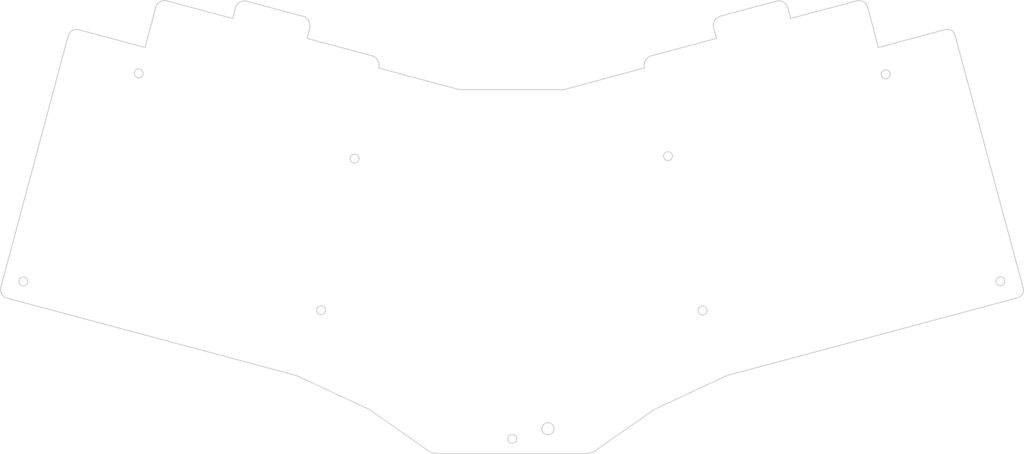
<source format=kicad_pcb>
(kicad_pcb (version 20221018) (generator pcbnew)

  (general
    (thickness 1.6)
  )

  (paper "A4")
  (layers
    (0 "F.Cu" signal)
    (31 "B.Cu" signal)
    (32 "B.Adhes" user "B.Adhesive")
    (33 "F.Adhes" user "F.Adhesive")
    (34 "B.Paste" user)
    (35 "F.Paste" user)
    (36 "B.SilkS" user "B.Silkscreen")
    (37 "F.SilkS" user "F.Silkscreen")
    (38 "B.Mask" user)
    (39 "F.Mask" user)
    (40 "Dwgs.User" user "User.Drawings")
    (41 "Cmts.User" user "User.Comments")
    (42 "Eco1.User" user "User.Eco1")
    (43 "Eco2.User" user "User.Eco2")
    (44 "Edge.Cuts" user)
    (45 "Margin" user)
    (46 "B.CrtYd" user "B.Courtyard")
    (47 "F.CrtYd" user "F.Courtyard")
    (48 "B.Fab" user)
    (49 "F.Fab" user)
  )

  (setup
    (stackup
      (layer "F.SilkS" (type "Top Silk Screen"))
      (layer "F.Paste" (type "Top Solder Paste"))
      (layer "F.Mask" (type "Top Solder Mask") (thickness 0.01))
      (layer "F.Cu" (type "copper") (thickness 0.035))
      (layer "dielectric 1" (type "core") (thickness 1.51) (material "FR4") (epsilon_r 4.5) (loss_tangent 0.02))
      (layer "B.Cu" (type "copper") (thickness 0.035))
      (layer "B.Mask" (type "Bottom Solder Mask") (thickness 0.01))
      (layer "B.Paste" (type "Bottom Solder Paste"))
      (layer "B.SilkS" (type "Bottom Silk Screen"))
      (copper_finish "None")
      (dielectric_constraints no)
    )
    (pad_to_mask_clearance 0)
    (pcbplotparams
      (layerselection 0x00010fc_ffffffff)
      (plot_on_all_layers_selection 0x0000000_00000000)
      (disableapertmacros false)
      (usegerberextensions false)
      (usegerberattributes true)
      (usegerberadvancedattributes true)
      (creategerberjobfile true)
      (dashed_line_dash_ratio 12.000000)
      (dashed_line_gap_ratio 3.000000)
      (svgprecision 6)
      (plotframeref false)
      (viasonmask false)
      (mode 1)
      (useauxorigin false)
      (hpglpennumber 1)
      (hpglpenspeed 20)
      (hpglpendiameter 15.000000)
      (dxfpolygonmode true)
      (dxfimperialunits true)
      (dxfusepcbnewfont true)
      (psnegative false)
      (psa4output false)
      (plotreference true)
      (plotvalue true)
      (plotinvisibletext false)
      (sketchpadsonfab false)
      (subtractmaskfromsilk false)
      (outputformat 1)
      (mirror false)
      (drillshape 0)
      (scaleselection 1)
      (outputdirectory "gerbers/")
    )
  )

  (net 0 "")

  (gr_curve (pts (xy 169.688438 147.592631) (xy 168.893833 148.149013) (xy 167.947272 148.447415) (xy 166.977244 148.447347))
    (stroke (width 0.25) (type solid)) (layer "Edge.Cuts") (tstamp 06c3c04c-6c4b-4c5d-8552-dca1efe1a3db))
  (gr_curve (pts (xy 81.889266 37.025223) (xy 82.415321 36.717872) (xy 83.042461 36.633645) (xy 83.630979 36.791313))
    (stroke (width 0.25) (type solid)) (layer "Edge.Cuts") (tstamp 09039133-a4cd-4c87-ad15-e7527470ab7c))
  (gr_line (start 236.680855 38.235287) (end 239.308205 48.196194)
    (stroke (width 0.25) (type solid)) (layer "Edge.Cuts") (tstamp 0981ece1-5660-457e-bc8c-8f63dcc9f536))
  (gr_curve (pts (xy 198.949357 41.598193) (xy 199.274083 41.0274) (xy 199.813899 40.610461) (xy 200.448197 40.440504))
    (stroke (width 0.25) (type solid)) (layer "Edge.Cuts") (tstamp 0be455d7-9219-470e-8eb0-7925a3f97f66))
  (gr_line (start 136.038246 58.595454) (end 161.837021 58.600533)
    (stroke (width 0.25) (type solid)) (layer "Edge.Cuts") (tstamp 0da5400b-a1bf-449b-b183-0fcf28aff5c0))
  (gr_curve (pts (xy 255.75239 43.790042) (xy 256.832876 43.50052) (xy 257.943697 44.140785) (xy 258.234774 45.220855))
    (stroke (width 0.25) (type solid)) (layer "Edge.Cuts") (tstamp 1427eabc-18a4-411d-bd11-428ec8bd285d))
  (gr_line (start 58.57196 48.193652) (end 61.18388 38.291268)
    (stroke (width 0.25) (type solid)) (layer "Edge.Cuts") (tstamp 152dc8ca-1ae6-4745-a4ba-ab361a35bfc2))
  (gr_curve (pts (xy 24.54689 110.053297) (xy 23.985584 109.902963) (xy 23.50701 109.535768) (xy 23.216483 109.032522))
    (stroke (width 0.25) (type solid)) (layer "Edge.Cuts") (tstamp 1ce35f55-7b10-4f85-a37b-4d1001366d27))
  (gr_curve (pts (xy 62.230094 36.919487) (xy 62.747339 36.61951) (xy 63.362757 36.537871) (xy 63.940321 36.692633))
    (stroke (width 0.25) (type solid)) (layer "Edge.Cuts") (tstamp 1f956cf2-b76b-4fb9-b9c3-2661e20caba1))
  (gr_curve (pts (xy 114.44857 50.225982) (xy 115.084923 50.396469) (xy 115.625887 50.815882) (xy 115.949533 51.389683))
    (stroke (width 0.25) (type solid)) (layer "Edge.Cuts") (tstamp 256f1b08-c503-4652-af63-7c28ab1c6219))
  (gr_line (start 200.448197 40.440504) (end 214.163383 36.765579)
    (stroke (width 0.25) (type solid)) (layer "Edge.Cuts") (tstamp 25b9bd59-5e1d-4f98-99d2-d7e767a14be0))
  (gr_line (start 63.940321 36.692633) (end 80.159418 41.038472)
    (stroke (width 0.25) (type solid)) (layer "Edge.Cuts") (tstamp 2a0557af-99f5-4d4f-a3f5-32287aa44770))
  (gr_circle (center 101.943452 113.025599) (end 103.043452 113.025599)
    (stroke (width 0.25) (type solid)) (fill none) (layer "Edge.Cuts") (tstamp 2b69a20d-22d8-463f-90d8-db16016df058))
  (gr_line (start 201.990525 129.16377) (end 184.07336 137.520382)
    (stroke (width 0.25) (type solid)) (layer "Edge.Cuts") (tstamp 2e435b0f-671e-4da0-9b1a-48c487e95e18))
  (gr_line (start 161.837021 58.600533) (end 181.682032 53.230977)
    (stroke (width 0.25) (type solid)) (layer "Edge.Cuts") (tstamp 316172bf-52bc-46b4-adac-2d48a0e34563))
  (gr_line (start 80.159418 41.038472) (end 80.830268 38.427647)
    (stroke (width 0.25) (type solid)) (layer "Edge.Cuts") (tstamp 375fb0e4-801c-4d69-a5d2-50c5b1699807))
  (gr_line (start 217.04218 38.440297) (end 217.720741 41.041014)
    (stroke (width 0.25) (type solid)) (layer "Edge.Cuts") (tstamp 3862ae54-0889-40d0-a519-841ecb949575))
  (gr_curve (pts (xy 214.163383 36.765579) (xy 214.767301 36.603756) (xy 215.410827 36.689561) (xy 215.95124 37.003956))
    (stroke (width 0.25) (type solid)) (layer "Edge.Cuts") (tstamp 3bd73262-7ee1-4541-8298-a0d7411e1d75))
  (gr_circle (center 269.403656 105.886049) (end 270.503656 105.886049)
    (stroke (width 0.25) (type solid)) (fill none) (layer "Edge.Cuts") (tstamp 459db5ae-b1d5-41b3-bd34-4588d955eb6d))
  (gr_curve (pts (xy 181.905516 51.382026) (xy 182.225047 50.819937) (xy 182.756476 50.409329) (xy 183.381009 50.241987))
    (stroke (width 0.25) (type solid)) (layer "Edge.Cuts") (tstamp 4824cc17-4fe1-4945-ad51-0aeea24cae8e))
  (gr_circle (center 56.984226 54.595587) (end 58.084226 54.595587)
    (stroke (width 0.25) (type solid)) (fill none) (layer "Edge.Cuts") (tstamp 48fd394e-88e0-4c5d-8ea9-1126de709a77))
  (gr_line (start 166.977244 148.447347) (end 130.900378 148.444914)
    (stroke (width 0.25) (type solid)) (layer "Edge.Cuts") (tstamp 4ca11800-26b8-4900-b5ae-e2296f6874b2))
  (gr_line (start 83.630979 36.791313) (end 97.385299 40.476223)
    (stroke (width 0.25) (type solid)) (layer "Edge.Cuts") (tstamp 6b52c9e8-9a62-4da1-9af3-2229dd721180))
  (gr_circle (center 241.133529 54.815863) (end 242.233529 54.815863)
    (stroke (width 0.25) (type solid)) (fill none) (layer "Edge.Cuts") (tstamp 6d2f1324-a863-4f13-938c-df26b60de902))
  (gr_curve (pts (xy 130.900378 148.444914) (xy 129.930346 148.444853) (xy 128.983819 148.14634) (xy 128.18925 147.589896))
    (stroke (width 0.25) (type solid)) (layer "Edge.Cuts") (tstamp 6d82f96f-5cd4-4338-b574-ad84bd842bec))
  (gr_curve (pts (xy 23.216483 109.032522) (xy 22.92595 108.529268) (xy 22.847268 107.931217) (xy 22.997754 107.369949))
    (stroke (width 0.25) (type solid)) (layer "Edge.Cuts") (tstamp 6fad6f02-8123-4aad-9fb4-c4c0c238e26f))
  (gr_line (start 128.18925 147.589896) (end 113.806792 137.517739)
    (stroke (width 0.25) (type solid)) (layer "Edge.Cuts") (tstamp 6fed9995-8ff3-4083-85d0-0bba783437a3))
  (gr_curve (pts (xy 198.720053 43.478132) (xy 198.542046 42.84603) (xy 198.624635 42.168966) (xy 198.949357 41.598193))
    (stroke (width 0.25) (type solid)) (layer "Edge.Cuts") (tstamp 72538cdb-e0ad-4023-af9b-841dcb620a41))
  (gr_line (start 99.133073 43.539116) (end 98.462661 45.943215)
    (stroke (width 0.25) (type solid)) (layer "Edge.Cuts") (tstamp 7b7b3eb8-bf5e-436f-93fa-fbc636b3b09a))
  (gr_line (start 183.381009 50.241987) (end 199.414966 45.945753)
    (stroke (width 0.25) (type solid)) (layer "Edge.Cuts") (tstamp 7cba27a8-b26c-4e33-ad8e-83f2f8589f1f))
  (gr_circle (center 28.564098 105.945769) (end 29.664098 105.945769)
    (stroke (width 0.25) (type solid)) (fill none) (layer "Edge.Cuts") (tstamp 829ff7cf-55b1-4562-81d9-17e624d038a8))
  (gr_curve (pts (xy 181.680676 53.233014) (xy 181.504997 52.610782) (xy 181.585981 51.944107) (xy 181.905516 51.382026))
    (stroke (width 0.25) (type solid)) (layer "Edge.Cuts") (tstamp 87a79b8f-2884-4c6d-9e08-6da03103a9bc))
  (gr_curve (pts (xy 275.033472 107.586701) (xy 275.315335 108.620449) (xy 274.70673 109.682683) (xy 273.674141 109.95933))
    (stroke (width 0.25) (type solid)) (layer "Edge.Cuts") (tstamp 8a9dd820-4ec5-4959-94a2-489c1e5fdf0f))
  (gr_circle (center 110.203672 75.625791) (end 111.303672 75.625791)
    (stroke (width 0.25) (type solid)) (fill none) (layer "Edge.Cuts") (tstamp 8b8541b9-bca8-494d-be4f-f150e960eb0c))
  (gr_line (start 258.234774 45.220855) (end 275.033472 107.586701)
    (stroke (width 0.25) (type solid)) (layer "Edge.Cuts") (tstamp 915226b4-fe40-4872-bc2a-395b435a2e92))
  (gr_curve (pts (xy 97.385299 40.476223) (xy 98.025114 40.647639) (xy 98.569817 41.06778) (xy 98.898105 41.643074))
    (stroke (width 0.25) (type solid)) (layer "Edge.Cuts") (tstamp 927b13de-a1b2-4c42-9cb3-5b1a43c05216))
  (gr_line (start 95.887097 129.161139) (end 24.54689 110.053297)
    (stroke (width 0.25) (type solid)) (layer "Edge.Cuts") (tstamp 95b9926a-6923-4d22-94a9-a7e0924d3712))
  (gr_line (start 184.07336 137.520382) (end 169.688438 147.592631)
    (stroke (width 0.25) (type solid)) (layer "Edge.Cuts") (tstamp a55e1730-9cc6-449f-95c7-a4b048ce6ae3))
  (gr_circle (center 195.983761 113.076292) (end 197.083761 113.076292)
    (stroke (width 0.25) (type solid)) (fill none) (layer "Edge.Cuts") (tstamp ae0e962a-1af9-4b36-b2a5-466f1915a9e5))
  (gr_circle (center 149.07 144.79) (end 150.17 144.79)
    (stroke (width 0.25) (type solid)) (fill none) (layer "Edge.Cuts") (tstamp af69bdd3-4974-48a9-9c0c-a0a2d7578c56))
  (gr_line (start 116.170353 53.274152) (end 136.038246 58.595454)
    (stroke (width 0.25) (type solid)) (layer "Edge.Cuts") (tstamp b719a6ee-0144-4966-8b91-52a9b865a921))
  (gr_curve (pts (xy 233.998289 36.679515) (xy 234.560379 36.528907) (xy 235.159295 36.608354) (xy 235.662679 36.900292))
    (stroke (width 0.25) (type solid)) (layer "Edge.Cuts") (tstamp b84e5c3c-d5ba-45dc-a996-457d3d15ea34))
  (gr_line (start 98.462661 45.943215) (end 114.44857 50.225982)
    (stroke (width 0.25) (type solid)) (layer "Edge.Cuts") (tstamp bbe6d1fa-41f5-4203-bfc1-ec3317627975))
  (gr_line (start 199.414966 45.945753) (end 198.720053 43.478132)
    (stroke (width 0.25) (type solid)) (layer "Edge.Cuts") (tstamp bc8836f4-9951-4b33-96ef-07d16eafd9ac))
  (gr_curve (pts (xy 80.830268 38.427647) (xy 80.981895 37.837544) (xy 81.363197 37.332581) (xy 81.889266 37.025223))
    (stroke (width 0.25) (type solid)) (layer "Edge.Cuts") (tstamp be28da98-0ed6-46a8-981d-24fa2887e168))
  (gr_line (start 22.997754 107.369949) (end 39.611296 45.346597)
    (stroke (width 0.25) (type solid)) (layer "Edge.Cuts") (tstamp c9b0f093-79f7-44a9-9a01-140d009dab54))
  (gr_line (start 217.720741 41.041014) (end 233.998289 36.679515)
    (stroke (width 0.25) (type solid)) (layer "Edge.Cuts") (tstamp d529c14c-6b71-446f-a6fb-bec03d4315ab))
  (gr_curve (pts (xy 61.18388 38.291268) (xy 61.336375 37.713105) (xy 61.712855 37.219477) (xy 62.230094 36.919487))
    (stroke (width 0.25) (type solid)) (layer "Edge.Cuts") (tstamp d5ce9073-f652-421d-afde-0d7f90c33390))
  (gr_line (start 239.308205 48.196194) (end 255.75239 43.790042)
    (stroke (width 0.25) (type solid)) (layer "Edge.Cuts") (tstamp ec3b3a1b-bc30-4c1b-a40c-639e4fb72f82))
  (gr_curve (pts (xy 273.674141 109.95933) (xy 264.468851 112.425421) (xy 223.578857 123.380148) (xy 201.990525 129.16377))
    (stroke (width 0.25) (type solid)) (layer "Edge.Cuts") (tstamp ec7993b9-2e80-41d7-a9e6-32c1a4acb73d))
  (gr_curve (pts (xy 235.662679 36.900292) (xy 236.166049 37.192221) (xy 236.532434 37.672619) (xy 236.680855 38.235287))
    (stroke (width 0.25) (type solid)) (layer "Edge.Cuts") (tstamp edc5129d-f46c-479a-bd75-243c78b54fdb))
  (gr_curve (pts (xy 98.898105 41.643074) (xy 99.226395 42.218385) (xy 99.310991 42.901089) (xy 99.133073 43.539116))
    (stroke (width 0.25) (type solid)) (layer "Edge.Cuts") (tstamp eef31ba5-994a-4dab-8b67-8b56d6ec3764))
  (gr_curve (pts (xy 115.949533 51.389683) (xy 116.273175 51.963505) (xy 116.352275 52.643413) (xy 116.168998 53.276191))
    (stroke (width 0.25) (type solid)) (layer "Edge.Cuts") (tstamp ef7a955f-0060-4460-a47a-f1ce2e3d6cae))
  (gr_line (start 42.252806 43.821599) (end 58.57196 48.193652)
    (stroke (width 0.25) (type solid)) (layer "Edge.Cuts") (tstamp f074bef8-5e6d-4f4f-8d44-54c397c827ce))
  (gr_line (start 113.806792 137.517739) (end 95.887097 129.161139)
    (stroke (width 0.25) (type solid)) (layer "Edge.Cuts") (tstamp f47c3c15-40d1-43fc-bdc9-d0d6b42f19ab))
  (gr_curve (pts (xy 215.95124 37.003956) (xy 216.491663 37.318339) (xy 216.884326 37.835334) (xy 217.04218 38.440297))
    (stroke (width 0.25) (type solid)) (layer "Edge.Cuts") (tstamp f886ffaf-1f6a-4587-bede-09aad32c7906))
  (gr_circle (center 157.87 142.29) (end 159.37 142.29)
    (stroke (width 0.25) (type solid)) (fill none) (layer "Edge.Cuts") (tstamp fc14b961-08c9-4b98-b800-d882b6d9170d))
  (gr_curve (pts (xy 39.611296 45.346597) (xy 39.919687 44.19609) (xy 41.102276 43.513371) (xy 42.252806 43.821599))
    (stroke (width 0.25) (type solid)) (layer "Edge.Cuts") (tstamp fd4c7d1c-8c57-45d5-ae7b-8381a3e73b19))
  (gr_circle (center 187.464082 75.016068) (end 188.564082 75.016068)
    (stroke (width 0.25) (type solid)) (fill none) (layer "Edge.Cuts") (tstamp ffabaeb8-046c-4eae-8852-879bcd8add99))

)

</source>
